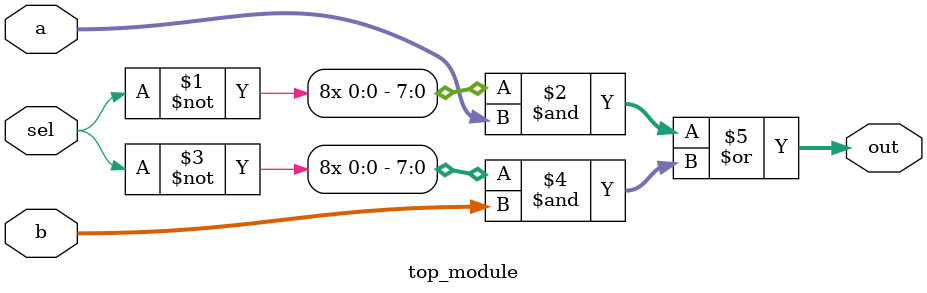
<source format=v>
module top_module (
    input sel,
    input [7:0] a,
    input [7:0] b,
    output [7:0] out  ); 

    assign out = ({8{~sel}} & a) | ({8{~sel}} & b);

endmodule

</source>
